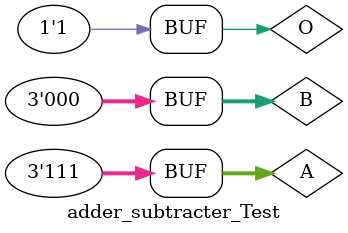
<source format=v>
`timescale 1ns / 1ps
module adder_subtracter_Test();
reg [2:0] B; //Since it is 3 bit, we will write [2:0]
reg [2:0] A;
reg O;
wire [6:0] P;
wire Y;
//Instantiating the unit under test (UUT)
addSubtract I1(B, A, O, P, Y);
// Stimulus
initial
begin

#50 A = 3'b011; B = 3'b100; // b represents binary

O = 1'b0;

#50 A = 3'b111; B = 3'b111;

#50 A = 3'b011; B = 3'b100;

O = 1'b1;

#50 A = 3'b010; B = 3'b110;


#50 A = 3'b000;  // b represents binary

B = 3'b000;

#50 A = 3'b001; 

#50 A = 3'b010;

#50 A = 3'b011;

#50 A = 3'b100;

#50 A = 3'b101;

#50 A = 3'b110;

#50 A = 3'b111;


$monitor("Time=%0d, D=%4b. S=%7b\n", $time, B, A, O, P, Y);

end
endmodule

</source>
